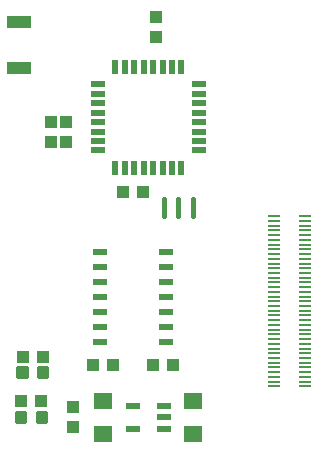
<source format=gbr>
G04 EAGLE Gerber RS-274X export*
G75*
%MOMM*%
%FSLAX34Y34*%
%LPD*%
%INSolderpaste Top*%
%IPPOS*%
%AMOC8*
5,1,8,0,0,1.08239X$1,22.5*%
G01*
%ADD10R,1.140000X0.200000*%
%ADD11R,1.000000X1.100000*%
%ADD12R,1.600000X1.400000*%
%ADD13R,1.100000X1.000000*%
%ADD14C,0.300000*%
%ADD15R,1.200000X0.550000*%
%ADD16R,0.558800X1.270000*%
%ADD17R,1.270000X0.558800*%
%ADD18C,0.450000*%
%ADD19R,1.200000X0.600000*%
%ADD20R,2.000000X1.100000*%


D10*
X259600Y229798D03*
X233200Y229798D03*
X259600Y225798D03*
X233200Y225798D03*
X259600Y221798D03*
X233200Y221798D03*
X259600Y217798D03*
X233200Y217798D03*
X259600Y213798D03*
X233200Y213798D03*
X259600Y209798D03*
X233200Y209798D03*
X259600Y205798D03*
X233200Y205798D03*
X259600Y201798D03*
X233200Y201798D03*
X259600Y197798D03*
X233200Y197798D03*
X259600Y193798D03*
X233200Y193798D03*
X259600Y189798D03*
X233200Y189798D03*
X259600Y185798D03*
X233200Y185798D03*
X259600Y181798D03*
X233200Y181798D03*
X259600Y177798D03*
X233200Y177798D03*
X259600Y173798D03*
X233200Y173798D03*
X259600Y169798D03*
X233200Y169798D03*
X259600Y165798D03*
X233200Y165798D03*
X259600Y161798D03*
X233200Y161798D03*
X259600Y157798D03*
X233200Y157798D03*
X259600Y153798D03*
X233200Y153798D03*
X259600Y149798D03*
X233200Y149798D03*
X259600Y145798D03*
X233200Y145798D03*
X259600Y141798D03*
X233200Y141798D03*
X259600Y137798D03*
X233200Y137798D03*
X259600Y133798D03*
X233200Y133798D03*
X259600Y129798D03*
X233200Y129798D03*
X259600Y125798D03*
X233200Y125798D03*
X259600Y121798D03*
X233200Y121798D03*
X259600Y117798D03*
X233200Y117798D03*
X259600Y113798D03*
X233200Y113798D03*
X259600Y109798D03*
X233200Y109798D03*
X259600Y105798D03*
X233200Y105798D03*
X259600Y101798D03*
X233200Y101798D03*
X259600Y97798D03*
X233200Y97798D03*
X259600Y93798D03*
X233200Y93798D03*
X259600Y89798D03*
X233200Y89798D03*
X259600Y233798D03*
X233200Y233798D03*
D11*
X63500Y55000D03*
X63500Y72000D03*
D12*
X88900Y77500D03*
X88900Y49500D03*
D13*
X36440Y77470D03*
X19440Y77470D03*
D14*
X22670Y67000D02*
X22670Y60000D01*
X15670Y60000D01*
X15670Y67000D01*
X22670Y67000D01*
X22670Y62850D02*
X15670Y62850D01*
X15670Y65700D02*
X22670Y65700D01*
X40210Y67000D02*
X40210Y60000D01*
X33210Y60000D01*
X33210Y67000D01*
X40210Y67000D01*
X40210Y62850D02*
X33210Y62850D01*
X33210Y65700D02*
X40210Y65700D01*
D11*
X44450Y313300D03*
X44450Y296300D03*
D13*
X105800Y254000D03*
X122800Y254000D03*
D11*
X133350Y402200D03*
X133350Y385200D03*
D13*
X37710Y114300D03*
X20710Y114300D03*
D14*
X34480Y105100D02*
X34480Y98100D01*
X34480Y105100D02*
X41480Y105100D01*
X41480Y98100D01*
X34480Y98100D01*
X34480Y100950D02*
X41480Y100950D01*
X41480Y103800D02*
X34480Y103800D01*
X16940Y105100D02*
X16940Y98100D01*
X16940Y105100D02*
X23940Y105100D01*
X23940Y98100D01*
X16940Y98100D01*
X16940Y100950D02*
X23940Y100950D01*
X23940Y103800D02*
X16940Y103800D01*
D15*
X140001Y54000D03*
X140001Y63500D03*
X140001Y73000D03*
X113999Y73000D03*
X113999Y54000D03*
D12*
X165100Y77500D03*
X165100Y49500D03*
D16*
X99000Y274574D03*
X107000Y274574D03*
X115000Y274574D03*
X123000Y274574D03*
X131000Y274574D03*
X139000Y274574D03*
X147000Y274574D03*
X155000Y274574D03*
D17*
X169926Y289500D03*
X169926Y297500D03*
X169926Y305500D03*
X169926Y313500D03*
X169926Y321500D03*
X169926Y329500D03*
X169926Y337500D03*
X169926Y345500D03*
D16*
X155000Y360426D03*
X147000Y360426D03*
X139000Y360426D03*
X131000Y360426D03*
X123000Y360426D03*
X115000Y360426D03*
X107000Y360426D03*
X99000Y360426D03*
D17*
X84074Y345500D03*
X84074Y337500D03*
X84074Y329500D03*
X84074Y321500D03*
X84074Y313500D03*
X84074Y305500D03*
X84074Y297500D03*
X84074Y289500D03*
D11*
X57150Y313300D03*
X57150Y296300D03*
D18*
X140400Y248575D02*
X140400Y234025D01*
X152400Y234025D02*
X152400Y248575D01*
X164400Y248575D02*
X164400Y234025D01*
D19*
X142300Y127000D03*
X142300Y139700D03*
X142300Y152400D03*
X142300Y165100D03*
X142300Y177800D03*
X142300Y190500D03*
X142300Y203200D03*
X86300Y203200D03*
X86300Y190500D03*
X86300Y177800D03*
X86300Y165100D03*
X86300Y152400D03*
X86300Y139700D03*
X86300Y127000D03*
D13*
X97400Y107950D03*
X80400Y107950D03*
X131200Y107950D03*
X148200Y107950D03*
D20*
X17780Y397960D03*
X17780Y358960D03*
M02*

</source>
